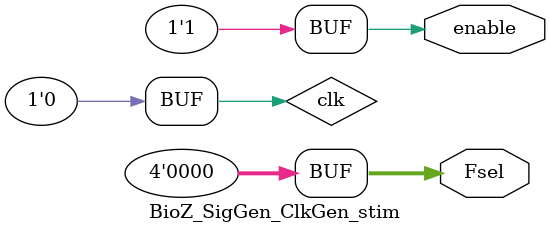
<source format=v>


module BioZ_SigGen_ClkGen_stim (Fsel,enable);

output [3:0] Fsel;
output enable;

//parameter cycle = 1428; // 700 kHz
parameter cycle = 4500000; // 4.5 ms

parameter [3:0] freq_selection = 4'b0000;

reg enable;
reg [3:0] Fsel;
reg clk;


initial begin
	enable = 1;
	Fsel = freq_selection;
	clk <= 0;

	#200 enable = 0;
	#400 enable = 1;
end 

always begin
//	#(cycle) Fsel = Fsel - 1;
//	#(1e6/1e3) clk <= ~clk;
//	case (Fsel)
		//4'b1010: #(1e6/0.9765625) Fsel = Fsel - 1;
		//4'b1001: #(1e6/1.95215) Fsel = Fsel - 1;
		//4'b1000: #(1e6/3.90625) Fsel = Fsel - 1;
		//4'b0111: #(1e6/7.8125) Fsel = Fsel - 1;
		//4'b0110: #(1e6/15.625) Fsel = Fsel - 1;
		//4'b0101: #(1e6/31.25) Fsel = Fsel - 1;
		//4'b0100: #(1e6/62.5) Fsel = Fsel - 1;
		//4'b0011: #(1e6/125) Fsel = Fsel - 1;
		//4'b0010: #(1e6/250) Fsel = Fsel - 1;
		//4'b0001: #(1e6/500) Fsel = Fsel - 1;
		//4'b0000: #(1e6/1e3) Fsel = Fsel - 1;
//	endcase
end

endmodule

</source>
